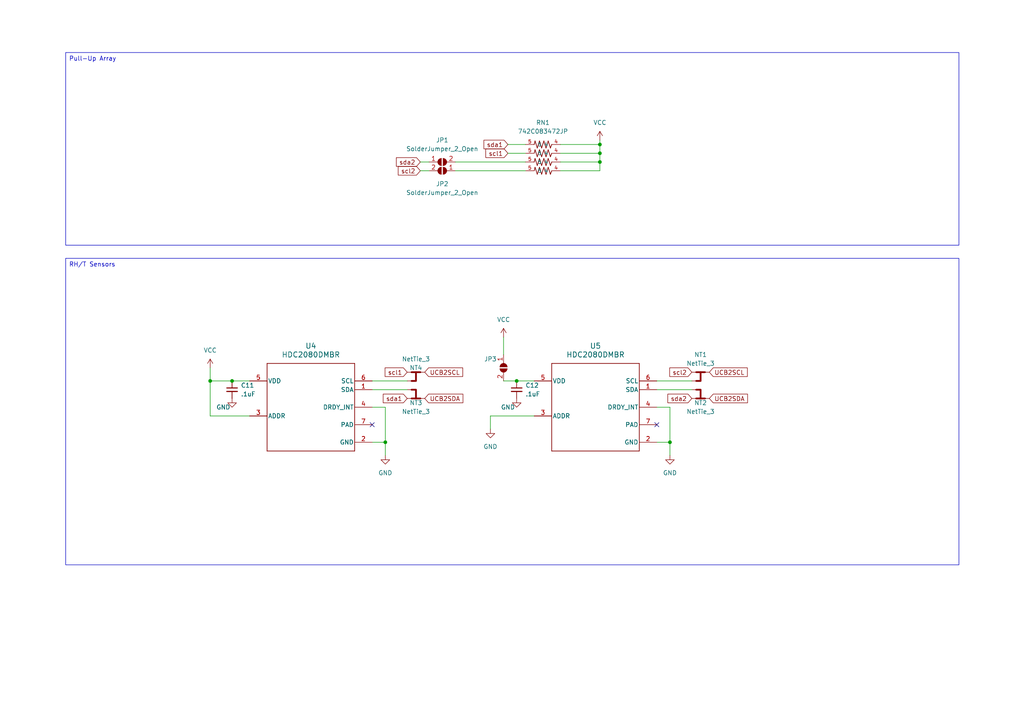
<source format=kicad_sch>
(kicad_sch (version 20230121) (generator eeschema)
  (paper "A4")
  (lib_symbols
    (symbol "Device:C_Small" (pin_numbers hide) (pin_names (offset 0.254) hide)
      (property "Reference" "C" (at 0.254 1.778 0))
      (property "Value" "C_Small" (at 0.254 -2.032 0))
      (symbol "C_Small_0_1"
        (polyline (pts (xy -1.524 -0.508) (xy 1.524 -0.508)) (stroke (width 0.3302)))
        (polyline (pts (xy -1.524 0.508) (xy 1.524 0.508)) (stroke (width 0.3048)))
      )
      (symbol "C_Small_1_1"
        (pin passive line (at 0 2.54 270) (length 2.032) (name "~") (number "1"))
        (pin passive line (at 0 -2.54 90) (length 2.032) (name "~") (number "2"))
      )
    )
    (symbol "Device:NetTie_3" (pin_numbers hide) (pin_names (offset 0) hide) (in_bom no)
      (property "Reference" "NT" (at 0 1.27 0))
      (property "Value" "NetTie_3" (at 0 -3.81 0))
      (symbol "NetTie_3_0_1"
        (polyline (pts (xy -1.27 0) (xy 1.27 0)) (stroke (width 0.508)))
        (polyline (pts (xy 0 0) (xy 0 -2.54) (xy -1.27 -2.54)) (stroke (width 0.508)))
      )
      (symbol "NetTie_3_1_1"
        (pin passive line (at -2.54 0 0) (length 2.54) (name "1") (number "1"))
        (pin passive line (at 2.54 0 180) (length 2.54) (name "2") (number "2"))
        (pin passive line (at -2.54 -2.54 0) (length 2.54) (name "3") (number "3"))
      )
    )
    (symbol "Jumper:SolderJumper_2_Open" (pin_names (offset 0) hide)
      (property "Reference" "JP" (at 0 2.032 0))
      (property "Value" "SolderJumper_2_Open" (at 0 -2.54 0))
      (symbol "SolderJumper_2_Open_0_1"
        (arc (start -0.254 1.016) (mid -1.2656 0) (end -0.254 -1.016))
        (arc (start -0.254 1.016) (mid -1.2656 0) (end -0.254 -1.016) (fill (type outline)))
        (polyline (pts (xy -0.254 1.016) (xy -0.254 -1.016)))
        (polyline (pts (xy 0.254 1.016) (xy 0.254 -1.016)))
        (arc (start 0.254 -1.016) (mid 1.2656 0) (end 0.254 1.016))
        (arc (start 0.254 -1.016) (mid 1.2656 0) (end 0.254 1.016) (fill (type outline)))
      )
      (symbol "SolderJumper_2_Open_1_1"
        (pin passive line (at -3.81 0 0) (length 2.54) (name "A") (number "1"))
        (pin passive line (at 3.81 0 180) (length 2.54) (name "B") (number "2"))
      )
    )
    (symbol "LiFi_Receiver:HDC2080DMBR" (pin_names (offset 0.254))
      (property "Reference" "U" (at 0 2.54 0))
      (property "Value" "HDC2080DMBR" (at 0 0 0))
      (symbol "HDC2080DMBR_0_1"
        (polyline (pts (xy -12.7 -12.7) (xy 12.7 -12.7)) (stroke (width 0.2032)))
        (polyline (pts (xy -12.7 12.7) (xy -12.7 -12.7)) (stroke (width 0.2032)))
        (polyline (pts (xy 12.7 -12.7) (xy 12.7 12.7)) (stroke (width 0.2032)))
        (polyline (pts (xy 12.7 12.7) (xy -12.7 12.7)) (stroke (width 0.2032)))
        (pin bidirectional line (at 17.78 5.08 180) (length 5.08) (name "SDA") (number "1"))
        (pin power_in line (at 17.78 -10.16 180) (length 5.08) (name "GND") (number "2"))
        (pin input line (at -17.78 -2.54 0) (length 5.08) (name "ADDR") (number "3"))
        (pin output line (at 17.78 0 180) (length 5.08) (name "DRDY_INT") (number "4"))
        (pin power_in line (at -17.78 7.62 0) (length 5.08) (name "VDD") (number "5"))
        (pin open_collector line (at 17.78 7.62 180) (length 5.08) (name "SCL") (number "6"))
        (pin unspecified line (at 17.78 -5.08 180) (length 5.08) (name "PAD") (number "7"))
      )
    )
    (symbol "LifiLib:742C083472JP" (pin_names (offset 1.016))
      (property "Reference" "RN" (at -20.3542 17.81 0))
      (property "Value" "742C083472JP" (at -20.3212 -20.3212 0))
      (symbol "742C083472JP_0_0"
        (polyline (pts (xy -4.826 -2.159) (xy -2.794 -1.524)) (stroke (width 0.2032)))
        (polyline (pts (xy -4.826 -0.889) (xy -2.794 -0.254)) (stroke (width 0.2032)))
        (polyline (pts (xy -4.826 0.381) (xy -2.794 1.016)) (stroke (width 0.2032)))
        (polyline (pts (xy -4.826 1.651) (xy -2.794 2.286)) (stroke (width 0.2032)))
        (polyline (pts (xy -3.81 -2.54) (xy -4.826 -2.159)) (stroke (width 0.2032)))
        (polyline (pts (xy -2.794 -1.524) (xy -4.826 -0.889)) (stroke (width 0.2032)))
        (polyline (pts (xy -2.794 -0.254) (xy -4.826 0.381)) (stroke (width 0.2032)))
        (polyline (pts (xy -2.794 1.016) (xy -4.826 1.651)) (stroke (width 0.2032)))
        (polyline (pts (xy -2.794 2.286) (xy -3.81 2.54)) (stroke (width 0.2032)))
        (polyline (pts (xy -2.286 -2.159) (xy -0.254 -1.524)) (stroke (width 0.2032)))
        (polyline (pts (xy -2.286 -0.889) (xy -0.254 -0.254)) (stroke (width 0.2032)))
        (polyline (pts (xy -2.286 0.381) (xy -0.254 1.016)) (stroke (width 0.2032)))
        (polyline (pts (xy -2.286 1.651) (xy -0.254 2.286)) (stroke (width 0.2032)))
        (polyline (pts (xy -1.27 -2.54) (xy -2.286 -2.159)) (stroke (width 0.2032)))
        (polyline (pts (xy -0.254 -1.524) (xy -2.286 -0.889)) (stroke (width 0.2032)))
        (polyline (pts (xy -0.254 -0.254) (xy -2.286 0.381)) (stroke (width 0.2032)))
        (polyline (pts (xy -0.254 1.016) (xy -2.286 1.651)) (stroke (width 0.2032)))
        (polyline (pts (xy -0.254 2.286) (xy -1.27 2.54)) (stroke (width 0.2032)))
        (polyline (pts (xy 0.254 -2.159) (xy 2.286 -1.524)) (stroke (width 0.2032)))
        (polyline (pts (xy 0.254 -0.889) (xy 2.286 -0.254)) (stroke (width 0.2032)))
        (polyline (pts (xy 0.254 0.381) (xy 2.286 1.016)) (stroke (width 0.2032)))
        (polyline (pts (xy 0.254 1.651) (xy 2.286 2.286)) (stroke (width 0.2032)))
        (polyline (pts (xy 1.27 -2.54) (xy 0.254 -2.159)) (stroke (width 0.2032)))
        (polyline (pts (xy 2.286 -1.524) (xy 0.254 -0.889)) (stroke (width 0.2032)))
        (polyline (pts (xy 2.286 -0.254) (xy 0.254 0.381)) (stroke (width 0.2032)))
        (polyline (pts (xy 2.286 1.016) (xy 0.254 1.651)) (stroke (width 0.2032)))
        (polyline (pts (xy 2.286 2.286) (xy 1.27 2.54)) (stroke (width 0.2032)))
        (polyline (pts (xy 2.794 -2.159) (xy 4.826 -1.524)) (stroke (width 0.2032)))
        (polyline (pts (xy 2.794 -0.889) (xy 4.826 -0.254)) (stroke (width 0.2032)))
        (polyline (pts (xy 2.794 0.381) (xy 4.826 1.016)) (stroke (width 0.2032)))
        (polyline (pts (xy 2.794 1.651) (xy 4.826 2.286)) (stroke (width 0.2032)))
        (polyline (pts (xy 3.81 -2.54) (xy 2.794 -2.159)) (stroke (width 0.2032)))
        (polyline (pts (xy 4.826 -1.524) (xy 2.794 -0.889)) (stroke (width 0.2032)))
        (polyline (pts (xy 4.826 -0.254) (xy 2.794 0.381)) (stroke (width 0.2032)))
        (polyline (pts (xy 4.826 1.016) (xy 2.794 1.651)) (stroke (width 0.2032)))
        (polyline (pts (xy 4.826 2.286) (xy 3.81 2.54)) (stroke (width 0.2032)))
      )
      (symbol "742C083472JP_1_0"
        (pin passive line (at -3.81 -5.08 90) (length 2.54) (name "4") (number "4"))
        (pin passive line (at -1.27 -5.08 90) (length 2.54) (name "4") (number "4"))
        (pin passive line (at 1.27 -5.08 90) (length 2.54) (name "4") (number "4"))
        (pin passive line (at 3.81 -5.08 90) (length 2.54) (name "4") (number "4"))
        (pin passive line (at -3.81 5.08 270) (length 2.54) (name "5") (number "5"))
        (pin passive line (at -1.27 5.08 270) (length 2.54) (name "5") (number "5"))
        (pin passive line (at 1.27 5.08 270) (length 2.54) (name "5") (number "5"))
        (pin passive line (at 3.81 5.08 270) (length 2.54) (name "5") (number "5"))
      )
    )
    (symbol "power:GND" (power) (pin_names (offset 0))
      (property "Value" "GND" (at 0 -3.81 0))
      (symbol "GND_0_1"
        (polyline (pts (xy 0 0) (xy 0 -1.27) (xy 1.27 -1.27) (xy 0 -2.54) (xy -1.27 -1.27) (xy 0 -1.27)))
      )
      (symbol "GND_1_1"
        (pin power_in line (at 0 0 270) (length 0) hide (name "GND") (number "1"))
      )
    )
    (symbol "power:VCC" (power) (pin_names (offset 0))
      (property "Value" "VCC" (at 0 3.81 0))
      (symbol "VCC_0_1"
        (polyline (pts (xy -0.762 1.27) (xy 0 2.54)))
        (polyline (pts (xy 0 0) (xy 0 2.54)))
        (polyline (pts (xy 0 2.54) (xy 0.762 1.27)))
      )
      (symbol "VCC_1_1"
        (pin power_in line (at 0 0 90) (length 0) hide (name "VCC") (number "1"))
      )
    )
  )
  (junction (at 194.31 128.27))
  (junction (at 173.99 44.45))
  (junction (at 67.31 110.49))
  (junction (at 173.99 41.91))
  (junction (at 60.96 110.49))
  (junction (at 173.99 46.99))
  (junction (at 111.76 128.27))
  (junction (at 149.86 110.49))
  (no_connect (at 107.95 123.19))
  (no_connect (at 190.5 123.19))
  (wire (pts (xy 173.99 41.91) (xy 173.99 44.45)))
  (wire (pts (xy 142.24 120.65) (xy 142.24 124.46)))
  (wire (pts (xy 173.99 40.64) (xy 173.99 41.91)))
  (wire (pts (xy 149.86 110.49) (xy 154.94 110.49)))
  (wire (pts (xy 67.31 110.49) (xy 72.39 110.49)))
  (wire (pts (xy 118.11 113.03) (xy 107.95 113.03)))
  (wire (pts (xy 194.31 128.27) (xy 190.5 128.27)))
  (wire (pts (xy 60.96 110.49) (xy 67.31 110.49)))
  (wire (pts (xy 142.24 120.65) (xy 154.94 120.65)))
  (wire (pts (xy 146.05 110.49) (xy 149.86 110.49)))
  (wire (pts (xy 147.32 41.91) (xy 152.4 41.91)))
  (wire (pts (xy 132.08 49.53) (xy 152.4 49.53)))
  (wire (pts (xy 132.08 46.99) (xy 152.4 46.99)))
  (wire (pts (xy 173.99 44.45) (xy 173.99 46.99)))
  (wire (pts (xy 194.31 128.27) (xy 194.31 132.08)))
  (wire (pts (xy 200.66 110.49) (xy 190.5 110.49)))
  (wire (pts (xy 107.95 128.27) (xy 111.76 128.27)))
  (wire (pts (xy 111.76 128.27) (xy 111.76 132.08)))
  (wire (pts (xy 72.39 120.65) (xy 60.96 120.65)))
  (wire (pts (xy 162.56 44.45) (xy 173.99 44.45)))
  (wire (pts (xy 107.95 118.11) (xy 111.76 118.11)))
  (wire (pts (xy 162.56 41.91) (xy 173.99 41.91)))
  (wire (pts (xy 146.05 97.79) (xy 146.05 102.87)))
  (wire (pts (xy 190.5 113.03) (xy 200.66 113.03)))
  (wire (pts (xy 118.11 110.49) (xy 107.95 110.49)))
  (wire (pts (xy 194.31 118.11) (xy 194.31 128.27)))
  (wire (pts (xy 173.99 46.99) (xy 173.99 49.53)))
  (wire (pts (xy 162.56 49.53) (xy 173.99 49.53)))
  (wire (pts (xy 60.96 120.65) (xy 60.96 110.49)))
  (wire (pts (xy 190.5 118.11) (xy 194.31 118.11)))
  (wire (pts (xy 147.32 44.45) (xy 152.4 44.45)))
  (wire (pts (xy 60.96 106.68) (xy 60.96 110.49)))
  (wire (pts (xy 121.92 49.53) (xy 124.46 49.53)))
  (wire (pts (xy 121.92 46.99) (xy 124.46 46.99)))
  (wire (pts (xy 111.76 118.11) (xy 111.76 128.27)))
  (wire (pts (xy 162.56 46.99) (xy 173.99 46.99)))
  (text_box "RH/T Sensors\n" (at 19.05 74.93 0) (size 259.08 88.9) (effects (font (size 1.27 1.27)) (justify left top)))
  (text_box "Pull-Up Array\n\n" (at 19.05 15.24 0) (size 259.08 55.88) (effects (font (size 1.27 1.27)) (justify left top)))
  (global_label "sda2" (shape input) (at 121.92 46.99 180) (property "Intersheetrefs" "${INTERSHEET_REFS}" (effects hide)))
  (global_label "sda2" (shape input) (at 200.66 115.57 180) (property "Intersheetrefs" "${INTERSHEET_REFS}" (effects hide)))
  (global_label "UCB2SDA" (shape input) (at 205.74 115.57 0) (property "Intersheetrefs" "${INTERSHEET_REFS}" (effects hide)))
  (global_label "UCB2SDA" (shape input) (at 123.19 115.57 0) (property "Intersheetrefs" "${INTERSHEET_REFS}" (effects hide)))
  (global_label "UCB2SCL" (shape input) (at 205.74 107.95 0) (property "Intersheetrefs" "${INTERSHEET_REFS}" (effects hide)))
  (global_label "sda1" (shape input) (at 147.32 41.91 180) (property "Intersheetrefs" "${INTERSHEET_REFS}" (effects hide)))
  (global_label "scl2" (shape input) (at 200.66 107.95 180) (property "Intersheetrefs" "${INTERSHEET_REFS}" (effects hide)))
  (global_label "scl2" (shape input) (at 121.92 49.53 180) (property "Intersheetrefs" "${INTERSHEET_REFS}" (effects hide)))
  (global_label "sda1" (shape input) (at 118.11 115.57 180) (property "Intersheetrefs" "${INTERSHEET_REFS}" (effects hide)))
  (global_label "UCB2SCL" (shape input) (at 123.19 107.95 0) (property "Intersheetrefs" "${INTERSHEET_REFS}" (effects hide)))
  (global_label "scl1" (shape input) (at 118.11 107.95 180) (property "Intersheetrefs" "${INTERSHEET_REFS}" (effects hide)))
  (global_label "scl1" (shape input) (at 147.32 44.45 180) (property "Intersheetrefs" "${INTERSHEET_REFS}" (effects hide)))
  (symbol (lib_id "Device:NetTie_3") (at 120.65 107.95 0) (unit 1) (in_bom no)
    (property "Reference" "NT4" (at 120.65 106.68 0))
    (property "Value" "NetTie_3" (at 120.65 104.14 0))
  )
  (symbol (lib_id "Device:NetTie_3") (at 203.2 107.95 0) (unit 1) (in_bom no)
    (property "Reference" "NT1" (at 203.2 102.87 0))
    (property "Value" "NetTie_3" (at 203.2 105.41 0))
  )
  (symbol (lib_id "LiFi_Receiver:HDC2080DMBR") (at 90.17 118.11 0) (unit 1)
    (property "Reference" "U4" (at 90.17 100.33 0) (effects (font (size 1.524 1.524))))
    (property "Value" "HDC2080DMBR" (at 90.17 102.87 0) (effects (font (size 1.524 1.524))))
    (property "Footprint" "LIFI-FOOTPRINTS:HDC2080_1" (effects hide))
    (property "Datasheet" "HDC2080DMBR" (effects hide))
  )
  (symbol (lib_id "power:GND") (at 149.86 115.57 0) (unit 1)
    (property "Reference" "#PWR015" (effects hide))
    (property "Value" "GND" (at 147.32 118.11 0))
  )
  (symbol (lib_id "Device:C_Small") (at 67.31 113.03 0) (unit 1)
    (property "Reference" "C11" (at 69.85 111.7663 0) (effects (justify left)))
    (property "Value" ".1uF" (at 69.85 114.3063 0) (effects (justify left)))
    (property "Footprint" "Capacitor_SMD:C_01005_0402Metric" (effects hide))
  )
  (symbol (lib_id "Jumper:SolderJumper_2_Open") (at 128.27 49.53 180) (unit 1)
    (property "Reference" "JP2" (at 128.27 53.34 0))
    (property "Value" "SolderJumper_2_Open" (at 128.27 55.88 0))
    (property "Footprint" "Jumper:SolderJumper-2_P1.3mm_Open_TrianglePad1.0x1.5mm" (effects hide))
  )
  (symbol (lib_id "power:VCC") (at 146.05 97.79 0) (unit 1)
    (property "Reference" "#2.4FromReg0102" (effects hide))
    (property "Value" "VCC" (at 146.05 92.71 0))
  )
  (symbol (lib_id "LifiLib:742C083472JP") (at 157.48 45.72 90) (unit 1)
    (property "Reference" "RN1" (at 157.48 35.56 90))
    (property "Value" "742C083472JP" (at 157.48 38.1 90))
    (property "Footprint" "LIFI-FOOTPRINTS:Res_network" (effects hide))
    (property "DigiKey_Part_Number" "742C083472JPTR-ND" (effects hide))
    (property "MF" " " (effects hide))
    (property "Package" " " (effects hide))
    (property "STANDARD" " " (effects hide))
    (property "PARTREV" " " (effects hide))
    (property "SnapEDA_Link" " " (effects hide))
    (property "MP" " " (effects hide))
    (property "Description" "  \n" (effects hide))
    (property "MANUFACTURER" " " (effects hide))
  )
  (symbol (lib_id "Device:NetTie_3") (at 120.65 115.57 0) (mirror x) (unit 1) (in_bom no)
    (property "Reference" "NT3" (at 120.65 116.84 0))
    (property "Value" "NetTie_3" (at 120.65 119.38 0))
  )
  (symbol (lib_id "power:GND") (at 194.31 132.08 0) (unit 1)
    (property "Reference" "#PWR013" (effects hide))
    (property "Value" "GND" (at 194.31 137.16 0))
  )
  (symbol (lib_id "Jumper:SolderJumper_2_Open") (at 146.05 106.68 270) (unit 1)
    (property "Reference" "JP3" (at 142.24 104.14 90))
    (property "Value" "SolderJumper_2_Open" (effects hide))
    (property "Footprint" "Jumper:SolderJumper-2_P1.3mm_Open_TrianglePad1.0x1.5mm" (effects hide))
  )
  (symbol (lib_id "power:GND") (at 142.24 124.46 0) (unit 1)
    (property "Reference" "#PWR011" (effects hide))
    (property "Value" "GND" (at 142.24 129.54 0))
  )
  (symbol (lib_id "power:VCC") (at 60.96 106.68 0) (unit 1)
    (property "Reference" "#2.4FromReg0103" (effects hide))
    (property "Value" "VCC" (at 60.96 101.6 0))
  )
  (symbol (lib_id "LiFi_Receiver:HDC2080DMBR") (at 172.72 118.11 0) (unit 1)
    (property "Reference" "U5" (at 172.72 100.33 0) (effects (font (size 1.524 1.524))))
    (property "Value" "HDC2080DMBR" (at 172.72 102.87 0) (effects (font (size 1.524 1.524))))
    (property "Footprint" "LIFI-FOOTPRINTS:HDC2080_1" (effects hide))
  )
  (symbol (lib_id "power:GND") (at 67.31 115.57 0) (unit 1)
    (property "Reference" "#PWR014" (effects hide))
    (property "Value" "GND" (at 64.77 118.11 0))
  )
  (symbol (lib_id "Jumper:SolderJumper_2_Open") (at 128.27 46.99 0) (unit 1)
    (property "Reference" "JP1" (at 128.27 40.64 0))
    (property "Value" "SolderJumper_2_Open" (at 128.27 43.18 0))
    (property "Footprint" "Jumper:SolderJumper-2_P1.3mm_Open_TrianglePad1.0x1.5mm" (effects hide))
  )
  (symbol (lib_id "power:VCC") (at 173.99 40.64 0) (unit 1)
    (property "Reference" "#2.4FromReg0101" (effects hide))
    (property "Value" "VCC" (at 173.99 35.56 0))
  )
  (symbol (lib_id "power:GND") (at 111.76 132.08 0) (unit 1)
    (property "Reference" "#PWR012" (effects hide))
    (property "Value" "GND" (at 111.76 137.16 0))
  )
  (symbol (lib_id "Device:NetTie_3") (at 203.2 115.57 0) (mirror x) (unit 1) (in_bom no)
    (property "Reference" "NT2" (at 203.2 116.84 0))
    (property "Value" "NetTie_3" (at 203.2 119.38 0))
  )
  (symbol (lib_id "Device:C_Small") (at 149.86 113.03 0) (unit 1)
    (property "Reference" "C12" (at 152.4 111.7663 0) (effects (justify left)))
    (property "Value" ".1uF" (at 152.4 114.3063 0) (effects (justify left)))
    (property "Footprint" "Capacitor_SMD:C_01005_0402Metric" (effects hide))
  )
)
</source>
